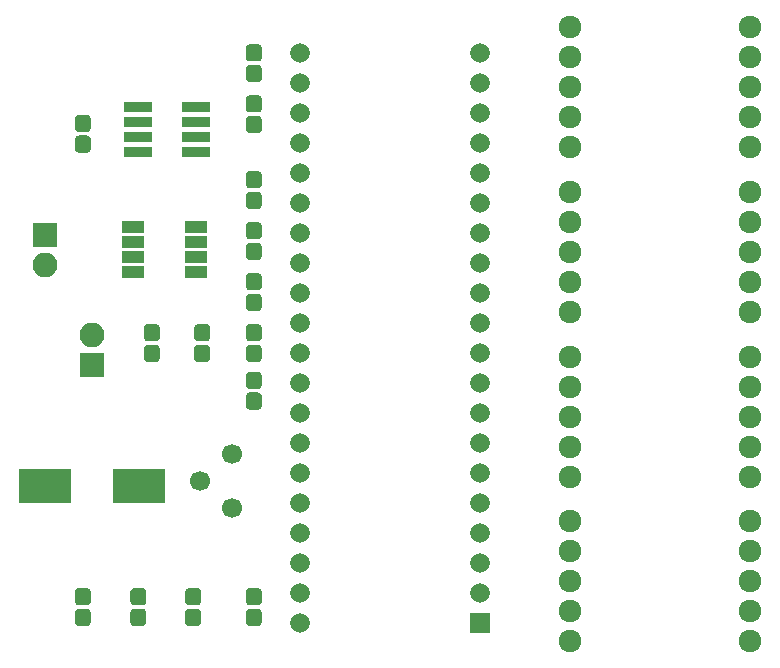
<source format=gbr>
G04 #@! TF.GenerationSoftware,KiCad,Pcbnew,(5.0.0-3-g5ebb6b6)*
G04 #@! TF.CreationDate,2018-10-31T22:03:31-07:00*
G04 #@! TF.ProjectId,Digital Voltmeter,4469676974616C20566F6C746D657465,A*
G04 #@! TF.SameCoordinates,Original*
G04 #@! TF.FileFunction,Soldermask,Top*
G04 #@! TF.FilePolarity,Negative*
%FSLAX46Y46*%
G04 Gerber Fmt 4.6, Leading zero omitted, Abs format (unit mm)*
G04 Created by KiCad (PCBNEW (5.0.0-3-g5ebb6b6)) date Wednesday, October 31, 2018 at 10:03:31 PM*
%MOMM*%
%LPD*%
G01*
G04 APERTURE LIST*
%ADD10R,2.100000X2.100000*%
%ADD11O,2.100000X2.100000*%
%ADD12C,0.100000*%
%ADD13C,1.350000*%
%ADD14C,1.924000*%
%ADD15R,4.400000X2.900000*%
%ADD16R,1.670000X1.670000*%
%ADD17C,1.670000*%
%ADD18C,1.700000*%
%ADD19R,2.381200X0.958800*%
%ADD20R,1.950000X1.000000*%
G04 APERTURE END LIST*
D10*
G04 #@! TO.C,J2*
X108775500Y-98044000D03*
D11*
X108775500Y-100584000D03*
G04 #@! TD*
D10*
G04 #@! TO.C,J1*
X112776000Y-109029500D03*
D11*
X112776000Y-106489500D03*
G04 #@! TD*
D12*
G04 #@! TO.C,C9*
G36*
X121719081Y-129691625D02*
X121751843Y-129696485D01*
X121783971Y-129704533D01*
X121815156Y-129715691D01*
X121845096Y-129729852D01*
X121873505Y-129746879D01*
X121900108Y-129766609D01*
X121924649Y-129788851D01*
X121946891Y-129813392D01*
X121966621Y-129839995D01*
X121983648Y-129868404D01*
X121997809Y-129898344D01*
X122008967Y-129929529D01*
X122017015Y-129961657D01*
X122021875Y-129994419D01*
X122023500Y-130027500D01*
X122023500Y-130802500D01*
X122021875Y-130835581D01*
X122017015Y-130868343D01*
X122008967Y-130900471D01*
X121997809Y-130931656D01*
X121983648Y-130961596D01*
X121966621Y-130990005D01*
X121946891Y-131016608D01*
X121924649Y-131041149D01*
X121900108Y-131063391D01*
X121873505Y-131083121D01*
X121845096Y-131100148D01*
X121815156Y-131114309D01*
X121783971Y-131125467D01*
X121751843Y-131133515D01*
X121719081Y-131138375D01*
X121686000Y-131140000D01*
X121011000Y-131140000D01*
X120977919Y-131138375D01*
X120945157Y-131133515D01*
X120913029Y-131125467D01*
X120881844Y-131114309D01*
X120851904Y-131100148D01*
X120823495Y-131083121D01*
X120796892Y-131063391D01*
X120772351Y-131041149D01*
X120750109Y-131016608D01*
X120730379Y-130990005D01*
X120713352Y-130961596D01*
X120699191Y-130931656D01*
X120688033Y-130900471D01*
X120679985Y-130868343D01*
X120675125Y-130835581D01*
X120673500Y-130802500D01*
X120673500Y-130027500D01*
X120675125Y-129994419D01*
X120679985Y-129961657D01*
X120688033Y-129929529D01*
X120699191Y-129898344D01*
X120713352Y-129868404D01*
X120730379Y-129839995D01*
X120750109Y-129813392D01*
X120772351Y-129788851D01*
X120796892Y-129766609D01*
X120823495Y-129746879D01*
X120851904Y-129729852D01*
X120881844Y-129715691D01*
X120913029Y-129704533D01*
X120945157Y-129696485D01*
X120977919Y-129691625D01*
X121011000Y-129690000D01*
X121686000Y-129690000D01*
X121719081Y-129691625D01*
X121719081Y-129691625D01*
G37*
D13*
X121348500Y-130415000D03*
D12*
G36*
X121719081Y-127941625D02*
X121751843Y-127946485D01*
X121783971Y-127954533D01*
X121815156Y-127965691D01*
X121845096Y-127979852D01*
X121873505Y-127996879D01*
X121900108Y-128016609D01*
X121924649Y-128038851D01*
X121946891Y-128063392D01*
X121966621Y-128089995D01*
X121983648Y-128118404D01*
X121997809Y-128148344D01*
X122008967Y-128179529D01*
X122017015Y-128211657D01*
X122021875Y-128244419D01*
X122023500Y-128277500D01*
X122023500Y-129052500D01*
X122021875Y-129085581D01*
X122017015Y-129118343D01*
X122008967Y-129150471D01*
X121997809Y-129181656D01*
X121983648Y-129211596D01*
X121966621Y-129240005D01*
X121946891Y-129266608D01*
X121924649Y-129291149D01*
X121900108Y-129313391D01*
X121873505Y-129333121D01*
X121845096Y-129350148D01*
X121815156Y-129364309D01*
X121783971Y-129375467D01*
X121751843Y-129383515D01*
X121719081Y-129388375D01*
X121686000Y-129390000D01*
X121011000Y-129390000D01*
X120977919Y-129388375D01*
X120945157Y-129383515D01*
X120913029Y-129375467D01*
X120881844Y-129364309D01*
X120851904Y-129350148D01*
X120823495Y-129333121D01*
X120796892Y-129313391D01*
X120772351Y-129291149D01*
X120750109Y-129266608D01*
X120730379Y-129240005D01*
X120713352Y-129211596D01*
X120699191Y-129181656D01*
X120688033Y-129150471D01*
X120679985Y-129118343D01*
X120675125Y-129085581D01*
X120673500Y-129052500D01*
X120673500Y-128277500D01*
X120675125Y-128244419D01*
X120679985Y-128211657D01*
X120688033Y-128179529D01*
X120699191Y-128148344D01*
X120713352Y-128118404D01*
X120730379Y-128089995D01*
X120750109Y-128063392D01*
X120772351Y-128038851D01*
X120796892Y-128016609D01*
X120823495Y-127996879D01*
X120851904Y-127979852D01*
X120881844Y-127965691D01*
X120913029Y-127954533D01*
X120945157Y-127946485D01*
X120977919Y-127941625D01*
X121011000Y-127940000D01*
X121686000Y-127940000D01*
X121719081Y-127941625D01*
X121719081Y-127941625D01*
G37*
D13*
X121348500Y-128665000D03*
G04 #@! TD*
D12*
G04 #@! TO.C,C8*
G36*
X126862581Y-92635625D02*
X126895343Y-92640485D01*
X126927471Y-92648533D01*
X126958656Y-92659691D01*
X126988596Y-92673852D01*
X127017005Y-92690879D01*
X127043608Y-92710609D01*
X127068149Y-92732851D01*
X127090391Y-92757392D01*
X127110121Y-92783995D01*
X127127148Y-92812404D01*
X127141309Y-92842344D01*
X127152467Y-92873529D01*
X127160515Y-92905657D01*
X127165375Y-92938419D01*
X127167000Y-92971500D01*
X127167000Y-93746500D01*
X127165375Y-93779581D01*
X127160515Y-93812343D01*
X127152467Y-93844471D01*
X127141309Y-93875656D01*
X127127148Y-93905596D01*
X127110121Y-93934005D01*
X127090391Y-93960608D01*
X127068149Y-93985149D01*
X127043608Y-94007391D01*
X127017005Y-94027121D01*
X126988596Y-94044148D01*
X126958656Y-94058309D01*
X126927471Y-94069467D01*
X126895343Y-94077515D01*
X126862581Y-94082375D01*
X126829500Y-94084000D01*
X126154500Y-94084000D01*
X126121419Y-94082375D01*
X126088657Y-94077515D01*
X126056529Y-94069467D01*
X126025344Y-94058309D01*
X125995404Y-94044148D01*
X125966995Y-94027121D01*
X125940392Y-94007391D01*
X125915851Y-93985149D01*
X125893609Y-93960608D01*
X125873879Y-93934005D01*
X125856852Y-93905596D01*
X125842691Y-93875656D01*
X125831533Y-93844471D01*
X125823485Y-93812343D01*
X125818625Y-93779581D01*
X125817000Y-93746500D01*
X125817000Y-92971500D01*
X125818625Y-92938419D01*
X125823485Y-92905657D01*
X125831533Y-92873529D01*
X125842691Y-92842344D01*
X125856852Y-92812404D01*
X125873879Y-92783995D01*
X125893609Y-92757392D01*
X125915851Y-92732851D01*
X125940392Y-92710609D01*
X125966995Y-92690879D01*
X125995404Y-92673852D01*
X126025344Y-92659691D01*
X126056529Y-92648533D01*
X126088657Y-92640485D01*
X126121419Y-92635625D01*
X126154500Y-92634000D01*
X126829500Y-92634000D01*
X126862581Y-92635625D01*
X126862581Y-92635625D01*
G37*
D13*
X126492000Y-93359000D03*
D12*
G36*
X126862581Y-94385625D02*
X126895343Y-94390485D01*
X126927471Y-94398533D01*
X126958656Y-94409691D01*
X126988596Y-94423852D01*
X127017005Y-94440879D01*
X127043608Y-94460609D01*
X127068149Y-94482851D01*
X127090391Y-94507392D01*
X127110121Y-94533995D01*
X127127148Y-94562404D01*
X127141309Y-94592344D01*
X127152467Y-94623529D01*
X127160515Y-94655657D01*
X127165375Y-94688419D01*
X127167000Y-94721500D01*
X127167000Y-95496500D01*
X127165375Y-95529581D01*
X127160515Y-95562343D01*
X127152467Y-95594471D01*
X127141309Y-95625656D01*
X127127148Y-95655596D01*
X127110121Y-95684005D01*
X127090391Y-95710608D01*
X127068149Y-95735149D01*
X127043608Y-95757391D01*
X127017005Y-95777121D01*
X126988596Y-95794148D01*
X126958656Y-95808309D01*
X126927471Y-95819467D01*
X126895343Y-95827515D01*
X126862581Y-95832375D01*
X126829500Y-95834000D01*
X126154500Y-95834000D01*
X126121419Y-95832375D01*
X126088657Y-95827515D01*
X126056529Y-95819467D01*
X126025344Y-95808309D01*
X125995404Y-95794148D01*
X125966995Y-95777121D01*
X125940392Y-95757391D01*
X125915851Y-95735149D01*
X125893609Y-95710608D01*
X125873879Y-95684005D01*
X125856852Y-95655596D01*
X125842691Y-95625656D01*
X125831533Y-95594471D01*
X125823485Y-95562343D01*
X125818625Y-95529581D01*
X125817000Y-95496500D01*
X125817000Y-94721500D01*
X125818625Y-94688419D01*
X125823485Y-94655657D01*
X125831533Y-94623529D01*
X125842691Y-94592344D01*
X125856852Y-94562404D01*
X125873879Y-94533995D01*
X125893609Y-94507392D01*
X125915851Y-94482851D01*
X125940392Y-94460609D01*
X125966995Y-94440879D01*
X125995404Y-94423852D01*
X126025344Y-94409691D01*
X126056529Y-94398533D01*
X126088657Y-94390485D01*
X126121419Y-94385625D01*
X126154500Y-94384000D01*
X126829500Y-94384000D01*
X126862581Y-94385625D01*
X126862581Y-94385625D01*
G37*
D13*
X126492000Y-95109000D03*
G04 #@! TD*
D12*
G04 #@! TO.C,C7*
G36*
X126862581Y-101271625D02*
X126895343Y-101276485D01*
X126927471Y-101284533D01*
X126958656Y-101295691D01*
X126988596Y-101309852D01*
X127017005Y-101326879D01*
X127043608Y-101346609D01*
X127068149Y-101368851D01*
X127090391Y-101393392D01*
X127110121Y-101419995D01*
X127127148Y-101448404D01*
X127141309Y-101478344D01*
X127152467Y-101509529D01*
X127160515Y-101541657D01*
X127165375Y-101574419D01*
X127167000Y-101607500D01*
X127167000Y-102382500D01*
X127165375Y-102415581D01*
X127160515Y-102448343D01*
X127152467Y-102480471D01*
X127141309Y-102511656D01*
X127127148Y-102541596D01*
X127110121Y-102570005D01*
X127090391Y-102596608D01*
X127068149Y-102621149D01*
X127043608Y-102643391D01*
X127017005Y-102663121D01*
X126988596Y-102680148D01*
X126958656Y-102694309D01*
X126927471Y-102705467D01*
X126895343Y-102713515D01*
X126862581Y-102718375D01*
X126829500Y-102720000D01*
X126154500Y-102720000D01*
X126121419Y-102718375D01*
X126088657Y-102713515D01*
X126056529Y-102705467D01*
X126025344Y-102694309D01*
X125995404Y-102680148D01*
X125966995Y-102663121D01*
X125940392Y-102643391D01*
X125915851Y-102621149D01*
X125893609Y-102596608D01*
X125873879Y-102570005D01*
X125856852Y-102541596D01*
X125842691Y-102511656D01*
X125831533Y-102480471D01*
X125823485Y-102448343D01*
X125818625Y-102415581D01*
X125817000Y-102382500D01*
X125817000Y-101607500D01*
X125818625Y-101574419D01*
X125823485Y-101541657D01*
X125831533Y-101509529D01*
X125842691Y-101478344D01*
X125856852Y-101448404D01*
X125873879Y-101419995D01*
X125893609Y-101393392D01*
X125915851Y-101368851D01*
X125940392Y-101346609D01*
X125966995Y-101326879D01*
X125995404Y-101309852D01*
X126025344Y-101295691D01*
X126056529Y-101284533D01*
X126088657Y-101276485D01*
X126121419Y-101271625D01*
X126154500Y-101270000D01*
X126829500Y-101270000D01*
X126862581Y-101271625D01*
X126862581Y-101271625D01*
G37*
D13*
X126492000Y-101995000D03*
D12*
G36*
X126862581Y-103021625D02*
X126895343Y-103026485D01*
X126927471Y-103034533D01*
X126958656Y-103045691D01*
X126988596Y-103059852D01*
X127017005Y-103076879D01*
X127043608Y-103096609D01*
X127068149Y-103118851D01*
X127090391Y-103143392D01*
X127110121Y-103169995D01*
X127127148Y-103198404D01*
X127141309Y-103228344D01*
X127152467Y-103259529D01*
X127160515Y-103291657D01*
X127165375Y-103324419D01*
X127167000Y-103357500D01*
X127167000Y-104132500D01*
X127165375Y-104165581D01*
X127160515Y-104198343D01*
X127152467Y-104230471D01*
X127141309Y-104261656D01*
X127127148Y-104291596D01*
X127110121Y-104320005D01*
X127090391Y-104346608D01*
X127068149Y-104371149D01*
X127043608Y-104393391D01*
X127017005Y-104413121D01*
X126988596Y-104430148D01*
X126958656Y-104444309D01*
X126927471Y-104455467D01*
X126895343Y-104463515D01*
X126862581Y-104468375D01*
X126829500Y-104470000D01*
X126154500Y-104470000D01*
X126121419Y-104468375D01*
X126088657Y-104463515D01*
X126056529Y-104455467D01*
X126025344Y-104444309D01*
X125995404Y-104430148D01*
X125966995Y-104413121D01*
X125940392Y-104393391D01*
X125915851Y-104371149D01*
X125893609Y-104346608D01*
X125873879Y-104320005D01*
X125856852Y-104291596D01*
X125842691Y-104261656D01*
X125831533Y-104230471D01*
X125823485Y-104198343D01*
X125818625Y-104165581D01*
X125817000Y-104132500D01*
X125817000Y-103357500D01*
X125818625Y-103324419D01*
X125823485Y-103291657D01*
X125831533Y-103259529D01*
X125842691Y-103228344D01*
X125856852Y-103198404D01*
X125873879Y-103169995D01*
X125893609Y-103143392D01*
X125915851Y-103118851D01*
X125940392Y-103096609D01*
X125966995Y-103076879D01*
X125995404Y-103059852D01*
X126025344Y-103045691D01*
X126056529Y-103034533D01*
X126088657Y-103026485D01*
X126121419Y-103021625D01*
X126154500Y-103020000D01*
X126829500Y-103020000D01*
X126862581Y-103021625D01*
X126862581Y-103021625D01*
G37*
D13*
X126492000Y-103745000D03*
G04 #@! TD*
D12*
G04 #@! TO.C,C6*
G36*
X126862581Y-109630625D02*
X126895343Y-109635485D01*
X126927471Y-109643533D01*
X126958656Y-109654691D01*
X126988596Y-109668852D01*
X127017005Y-109685879D01*
X127043608Y-109705609D01*
X127068149Y-109727851D01*
X127090391Y-109752392D01*
X127110121Y-109778995D01*
X127127148Y-109807404D01*
X127141309Y-109837344D01*
X127152467Y-109868529D01*
X127160515Y-109900657D01*
X127165375Y-109933419D01*
X127167000Y-109966500D01*
X127167000Y-110741500D01*
X127165375Y-110774581D01*
X127160515Y-110807343D01*
X127152467Y-110839471D01*
X127141309Y-110870656D01*
X127127148Y-110900596D01*
X127110121Y-110929005D01*
X127090391Y-110955608D01*
X127068149Y-110980149D01*
X127043608Y-111002391D01*
X127017005Y-111022121D01*
X126988596Y-111039148D01*
X126958656Y-111053309D01*
X126927471Y-111064467D01*
X126895343Y-111072515D01*
X126862581Y-111077375D01*
X126829500Y-111079000D01*
X126154500Y-111079000D01*
X126121419Y-111077375D01*
X126088657Y-111072515D01*
X126056529Y-111064467D01*
X126025344Y-111053309D01*
X125995404Y-111039148D01*
X125966995Y-111022121D01*
X125940392Y-111002391D01*
X125915851Y-110980149D01*
X125893609Y-110955608D01*
X125873879Y-110929005D01*
X125856852Y-110900596D01*
X125842691Y-110870656D01*
X125831533Y-110839471D01*
X125823485Y-110807343D01*
X125818625Y-110774581D01*
X125817000Y-110741500D01*
X125817000Y-109966500D01*
X125818625Y-109933419D01*
X125823485Y-109900657D01*
X125831533Y-109868529D01*
X125842691Y-109837344D01*
X125856852Y-109807404D01*
X125873879Y-109778995D01*
X125893609Y-109752392D01*
X125915851Y-109727851D01*
X125940392Y-109705609D01*
X125966995Y-109685879D01*
X125995404Y-109668852D01*
X126025344Y-109654691D01*
X126056529Y-109643533D01*
X126088657Y-109635485D01*
X126121419Y-109630625D01*
X126154500Y-109629000D01*
X126829500Y-109629000D01*
X126862581Y-109630625D01*
X126862581Y-109630625D01*
G37*
D13*
X126492000Y-110354000D03*
D12*
G36*
X126862581Y-111380625D02*
X126895343Y-111385485D01*
X126927471Y-111393533D01*
X126958656Y-111404691D01*
X126988596Y-111418852D01*
X127017005Y-111435879D01*
X127043608Y-111455609D01*
X127068149Y-111477851D01*
X127090391Y-111502392D01*
X127110121Y-111528995D01*
X127127148Y-111557404D01*
X127141309Y-111587344D01*
X127152467Y-111618529D01*
X127160515Y-111650657D01*
X127165375Y-111683419D01*
X127167000Y-111716500D01*
X127167000Y-112491500D01*
X127165375Y-112524581D01*
X127160515Y-112557343D01*
X127152467Y-112589471D01*
X127141309Y-112620656D01*
X127127148Y-112650596D01*
X127110121Y-112679005D01*
X127090391Y-112705608D01*
X127068149Y-112730149D01*
X127043608Y-112752391D01*
X127017005Y-112772121D01*
X126988596Y-112789148D01*
X126958656Y-112803309D01*
X126927471Y-112814467D01*
X126895343Y-112822515D01*
X126862581Y-112827375D01*
X126829500Y-112829000D01*
X126154500Y-112829000D01*
X126121419Y-112827375D01*
X126088657Y-112822515D01*
X126056529Y-112814467D01*
X126025344Y-112803309D01*
X125995404Y-112789148D01*
X125966995Y-112772121D01*
X125940392Y-112752391D01*
X125915851Y-112730149D01*
X125893609Y-112705608D01*
X125873879Y-112679005D01*
X125856852Y-112650596D01*
X125842691Y-112620656D01*
X125831533Y-112589471D01*
X125823485Y-112557343D01*
X125818625Y-112524581D01*
X125817000Y-112491500D01*
X125817000Y-111716500D01*
X125818625Y-111683419D01*
X125823485Y-111650657D01*
X125831533Y-111618529D01*
X125842691Y-111587344D01*
X125856852Y-111557404D01*
X125873879Y-111528995D01*
X125893609Y-111502392D01*
X125915851Y-111477851D01*
X125940392Y-111455609D01*
X125966995Y-111435879D01*
X125995404Y-111418852D01*
X126025344Y-111404691D01*
X126056529Y-111393533D01*
X126088657Y-111385485D01*
X126121419Y-111380625D01*
X126154500Y-111379000D01*
X126829500Y-111379000D01*
X126862581Y-111380625D01*
X126862581Y-111380625D01*
G37*
D13*
X126492000Y-112104000D03*
G04 #@! TD*
D12*
G04 #@! TO.C,C5*
G36*
X122481081Y-107339625D02*
X122513843Y-107344485D01*
X122545971Y-107352533D01*
X122577156Y-107363691D01*
X122607096Y-107377852D01*
X122635505Y-107394879D01*
X122662108Y-107414609D01*
X122686649Y-107436851D01*
X122708891Y-107461392D01*
X122728621Y-107487995D01*
X122745648Y-107516404D01*
X122759809Y-107546344D01*
X122770967Y-107577529D01*
X122779015Y-107609657D01*
X122783875Y-107642419D01*
X122785500Y-107675500D01*
X122785500Y-108450500D01*
X122783875Y-108483581D01*
X122779015Y-108516343D01*
X122770967Y-108548471D01*
X122759809Y-108579656D01*
X122745648Y-108609596D01*
X122728621Y-108638005D01*
X122708891Y-108664608D01*
X122686649Y-108689149D01*
X122662108Y-108711391D01*
X122635505Y-108731121D01*
X122607096Y-108748148D01*
X122577156Y-108762309D01*
X122545971Y-108773467D01*
X122513843Y-108781515D01*
X122481081Y-108786375D01*
X122448000Y-108788000D01*
X121773000Y-108788000D01*
X121739919Y-108786375D01*
X121707157Y-108781515D01*
X121675029Y-108773467D01*
X121643844Y-108762309D01*
X121613904Y-108748148D01*
X121585495Y-108731121D01*
X121558892Y-108711391D01*
X121534351Y-108689149D01*
X121512109Y-108664608D01*
X121492379Y-108638005D01*
X121475352Y-108609596D01*
X121461191Y-108579656D01*
X121450033Y-108548471D01*
X121441985Y-108516343D01*
X121437125Y-108483581D01*
X121435500Y-108450500D01*
X121435500Y-107675500D01*
X121437125Y-107642419D01*
X121441985Y-107609657D01*
X121450033Y-107577529D01*
X121461191Y-107546344D01*
X121475352Y-107516404D01*
X121492379Y-107487995D01*
X121512109Y-107461392D01*
X121534351Y-107436851D01*
X121558892Y-107414609D01*
X121585495Y-107394879D01*
X121613904Y-107377852D01*
X121643844Y-107363691D01*
X121675029Y-107352533D01*
X121707157Y-107344485D01*
X121739919Y-107339625D01*
X121773000Y-107338000D01*
X122448000Y-107338000D01*
X122481081Y-107339625D01*
X122481081Y-107339625D01*
G37*
D13*
X122110500Y-108063000D03*
D12*
G36*
X122481081Y-105589625D02*
X122513843Y-105594485D01*
X122545971Y-105602533D01*
X122577156Y-105613691D01*
X122607096Y-105627852D01*
X122635505Y-105644879D01*
X122662108Y-105664609D01*
X122686649Y-105686851D01*
X122708891Y-105711392D01*
X122728621Y-105737995D01*
X122745648Y-105766404D01*
X122759809Y-105796344D01*
X122770967Y-105827529D01*
X122779015Y-105859657D01*
X122783875Y-105892419D01*
X122785500Y-105925500D01*
X122785500Y-106700500D01*
X122783875Y-106733581D01*
X122779015Y-106766343D01*
X122770967Y-106798471D01*
X122759809Y-106829656D01*
X122745648Y-106859596D01*
X122728621Y-106888005D01*
X122708891Y-106914608D01*
X122686649Y-106939149D01*
X122662108Y-106961391D01*
X122635505Y-106981121D01*
X122607096Y-106998148D01*
X122577156Y-107012309D01*
X122545971Y-107023467D01*
X122513843Y-107031515D01*
X122481081Y-107036375D01*
X122448000Y-107038000D01*
X121773000Y-107038000D01*
X121739919Y-107036375D01*
X121707157Y-107031515D01*
X121675029Y-107023467D01*
X121643844Y-107012309D01*
X121613904Y-106998148D01*
X121585495Y-106981121D01*
X121558892Y-106961391D01*
X121534351Y-106939149D01*
X121512109Y-106914608D01*
X121492379Y-106888005D01*
X121475352Y-106859596D01*
X121461191Y-106829656D01*
X121450033Y-106798471D01*
X121441985Y-106766343D01*
X121437125Y-106733581D01*
X121435500Y-106700500D01*
X121435500Y-105925500D01*
X121437125Y-105892419D01*
X121441985Y-105859657D01*
X121450033Y-105827529D01*
X121461191Y-105796344D01*
X121475352Y-105766404D01*
X121492379Y-105737995D01*
X121512109Y-105711392D01*
X121534351Y-105686851D01*
X121558892Y-105664609D01*
X121585495Y-105644879D01*
X121613904Y-105627852D01*
X121643844Y-105613691D01*
X121675029Y-105602533D01*
X121707157Y-105594485D01*
X121739919Y-105589625D01*
X121773000Y-105588000D01*
X122448000Y-105588000D01*
X122481081Y-105589625D01*
X122481081Y-105589625D01*
G37*
D13*
X122110500Y-106313000D03*
G04 #@! TD*
D12*
G04 #@! TO.C,C4*
G36*
X126862581Y-87972125D02*
X126895343Y-87976985D01*
X126927471Y-87985033D01*
X126958656Y-87996191D01*
X126988596Y-88010352D01*
X127017005Y-88027379D01*
X127043608Y-88047109D01*
X127068149Y-88069351D01*
X127090391Y-88093892D01*
X127110121Y-88120495D01*
X127127148Y-88148904D01*
X127141309Y-88178844D01*
X127152467Y-88210029D01*
X127160515Y-88242157D01*
X127165375Y-88274919D01*
X127167000Y-88308000D01*
X127167000Y-89083000D01*
X127165375Y-89116081D01*
X127160515Y-89148843D01*
X127152467Y-89180971D01*
X127141309Y-89212156D01*
X127127148Y-89242096D01*
X127110121Y-89270505D01*
X127090391Y-89297108D01*
X127068149Y-89321649D01*
X127043608Y-89343891D01*
X127017005Y-89363621D01*
X126988596Y-89380648D01*
X126958656Y-89394809D01*
X126927471Y-89405967D01*
X126895343Y-89414015D01*
X126862581Y-89418875D01*
X126829500Y-89420500D01*
X126154500Y-89420500D01*
X126121419Y-89418875D01*
X126088657Y-89414015D01*
X126056529Y-89405967D01*
X126025344Y-89394809D01*
X125995404Y-89380648D01*
X125966995Y-89363621D01*
X125940392Y-89343891D01*
X125915851Y-89321649D01*
X125893609Y-89297108D01*
X125873879Y-89270505D01*
X125856852Y-89242096D01*
X125842691Y-89212156D01*
X125831533Y-89180971D01*
X125823485Y-89148843D01*
X125818625Y-89116081D01*
X125817000Y-89083000D01*
X125817000Y-88308000D01*
X125818625Y-88274919D01*
X125823485Y-88242157D01*
X125831533Y-88210029D01*
X125842691Y-88178844D01*
X125856852Y-88148904D01*
X125873879Y-88120495D01*
X125893609Y-88093892D01*
X125915851Y-88069351D01*
X125940392Y-88047109D01*
X125966995Y-88027379D01*
X125995404Y-88010352D01*
X126025344Y-87996191D01*
X126056529Y-87985033D01*
X126088657Y-87976985D01*
X126121419Y-87972125D01*
X126154500Y-87970500D01*
X126829500Y-87970500D01*
X126862581Y-87972125D01*
X126862581Y-87972125D01*
G37*
D13*
X126492000Y-88695500D03*
D12*
G36*
X126862581Y-86222125D02*
X126895343Y-86226985D01*
X126927471Y-86235033D01*
X126958656Y-86246191D01*
X126988596Y-86260352D01*
X127017005Y-86277379D01*
X127043608Y-86297109D01*
X127068149Y-86319351D01*
X127090391Y-86343892D01*
X127110121Y-86370495D01*
X127127148Y-86398904D01*
X127141309Y-86428844D01*
X127152467Y-86460029D01*
X127160515Y-86492157D01*
X127165375Y-86524919D01*
X127167000Y-86558000D01*
X127167000Y-87333000D01*
X127165375Y-87366081D01*
X127160515Y-87398843D01*
X127152467Y-87430971D01*
X127141309Y-87462156D01*
X127127148Y-87492096D01*
X127110121Y-87520505D01*
X127090391Y-87547108D01*
X127068149Y-87571649D01*
X127043608Y-87593891D01*
X127017005Y-87613621D01*
X126988596Y-87630648D01*
X126958656Y-87644809D01*
X126927471Y-87655967D01*
X126895343Y-87664015D01*
X126862581Y-87668875D01*
X126829500Y-87670500D01*
X126154500Y-87670500D01*
X126121419Y-87668875D01*
X126088657Y-87664015D01*
X126056529Y-87655967D01*
X126025344Y-87644809D01*
X125995404Y-87630648D01*
X125966995Y-87613621D01*
X125940392Y-87593891D01*
X125915851Y-87571649D01*
X125893609Y-87547108D01*
X125873879Y-87520505D01*
X125856852Y-87492096D01*
X125842691Y-87462156D01*
X125831533Y-87430971D01*
X125823485Y-87398843D01*
X125818625Y-87366081D01*
X125817000Y-87333000D01*
X125817000Y-86558000D01*
X125818625Y-86524919D01*
X125823485Y-86492157D01*
X125831533Y-86460029D01*
X125842691Y-86428844D01*
X125856852Y-86398904D01*
X125873879Y-86370495D01*
X125893609Y-86343892D01*
X125915851Y-86319351D01*
X125940392Y-86297109D01*
X125966995Y-86277379D01*
X125995404Y-86260352D01*
X126025344Y-86246191D01*
X126056529Y-86235033D01*
X126088657Y-86226985D01*
X126121419Y-86222125D01*
X126154500Y-86220500D01*
X126829500Y-86220500D01*
X126862581Y-86222125D01*
X126862581Y-86222125D01*
G37*
D13*
X126492000Y-86945500D03*
G04 #@! TD*
D12*
G04 #@! TO.C,C3*
G36*
X112384581Y-89623125D02*
X112417343Y-89627985D01*
X112449471Y-89636033D01*
X112480656Y-89647191D01*
X112510596Y-89661352D01*
X112539005Y-89678379D01*
X112565608Y-89698109D01*
X112590149Y-89720351D01*
X112612391Y-89744892D01*
X112632121Y-89771495D01*
X112649148Y-89799904D01*
X112663309Y-89829844D01*
X112674467Y-89861029D01*
X112682515Y-89893157D01*
X112687375Y-89925919D01*
X112689000Y-89959000D01*
X112689000Y-90734000D01*
X112687375Y-90767081D01*
X112682515Y-90799843D01*
X112674467Y-90831971D01*
X112663309Y-90863156D01*
X112649148Y-90893096D01*
X112632121Y-90921505D01*
X112612391Y-90948108D01*
X112590149Y-90972649D01*
X112565608Y-90994891D01*
X112539005Y-91014621D01*
X112510596Y-91031648D01*
X112480656Y-91045809D01*
X112449471Y-91056967D01*
X112417343Y-91065015D01*
X112384581Y-91069875D01*
X112351500Y-91071500D01*
X111676500Y-91071500D01*
X111643419Y-91069875D01*
X111610657Y-91065015D01*
X111578529Y-91056967D01*
X111547344Y-91045809D01*
X111517404Y-91031648D01*
X111488995Y-91014621D01*
X111462392Y-90994891D01*
X111437851Y-90972649D01*
X111415609Y-90948108D01*
X111395879Y-90921505D01*
X111378852Y-90893096D01*
X111364691Y-90863156D01*
X111353533Y-90831971D01*
X111345485Y-90799843D01*
X111340625Y-90767081D01*
X111339000Y-90734000D01*
X111339000Y-89959000D01*
X111340625Y-89925919D01*
X111345485Y-89893157D01*
X111353533Y-89861029D01*
X111364691Y-89829844D01*
X111378852Y-89799904D01*
X111395879Y-89771495D01*
X111415609Y-89744892D01*
X111437851Y-89720351D01*
X111462392Y-89698109D01*
X111488995Y-89678379D01*
X111517404Y-89661352D01*
X111547344Y-89647191D01*
X111578529Y-89636033D01*
X111610657Y-89627985D01*
X111643419Y-89623125D01*
X111676500Y-89621500D01*
X112351500Y-89621500D01*
X112384581Y-89623125D01*
X112384581Y-89623125D01*
G37*
D13*
X112014000Y-90346500D03*
D12*
G36*
X112384581Y-87873125D02*
X112417343Y-87877985D01*
X112449471Y-87886033D01*
X112480656Y-87897191D01*
X112510596Y-87911352D01*
X112539005Y-87928379D01*
X112565608Y-87948109D01*
X112590149Y-87970351D01*
X112612391Y-87994892D01*
X112632121Y-88021495D01*
X112649148Y-88049904D01*
X112663309Y-88079844D01*
X112674467Y-88111029D01*
X112682515Y-88143157D01*
X112687375Y-88175919D01*
X112689000Y-88209000D01*
X112689000Y-88984000D01*
X112687375Y-89017081D01*
X112682515Y-89049843D01*
X112674467Y-89081971D01*
X112663309Y-89113156D01*
X112649148Y-89143096D01*
X112632121Y-89171505D01*
X112612391Y-89198108D01*
X112590149Y-89222649D01*
X112565608Y-89244891D01*
X112539005Y-89264621D01*
X112510596Y-89281648D01*
X112480656Y-89295809D01*
X112449471Y-89306967D01*
X112417343Y-89315015D01*
X112384581Y-89319875D01*
X112351500Y-89321500D01*
X111676500Y-89321500D01*
X111643419Y-89319875D01*
X111610657Y-89315015D01*
X111578529Y-89306967D01*
X111547344Y-89295809D01*
X111517404Y-89281648D01*
X111488995Y-89264621D01*
X111462392Y-89244891D01*
X111437851Y-89222649D01*
X111415609Y-89198108D01*
X111395879Y-89171505D01*
X111378852Y-89143096D01*
X111364691Y-89113156D01*
X111353533Y-89081971D01*
X111345485Y-89049843D01*
X111340625Y-89017081D01*
X111339000Y-88984000D01*
X111339000Y-88209000D01*
X111340625Y-88175919D01*
X111345485Y-88143157D01*
X111353533Y-88111029D01*
X111364691Y-88079844D01*
X111378852Y-88049904D01*
X111395879Y-88021495D01*
X111415609Y-87994892D01*
X111437851Y-87970351D01*
X111462392Y-87948109D01*
X111488995Y-87928379D01*
X111517404Y-87911352D01*
X111547344Y-87897191D01*
X111578529Y-87886033D01*
X111610657Y-87877985D01*
X111643419Y-87873125D01*
X111676500Y-87871500D01*
X112351500Y-87871500D01*
X112384581Y-87873125D01*
X112384581Y-87873125D01*
G37*
D13*
X112014000Y-88596500D03*
G04 #@! TD*
D12*
G04 #@! TO.C,C2*
G36*
X112384581Y-129691625D02*
X112417343Y-129696485D01*
X112449471Y-129704533D01*
X112480656Y-129715691D01*
X112510596Y-129729852D01*
X112539005Y-129746879D01*
X112565608Y-129766609D01*
X112590149Y-129788851D01*
X112612391Y-129813392D01*
X112632121Y-129839995D01*
X112649148Y-129868404D01*
X112663309Y-129898344D01*
X112674467Y-129929529D01*
X112682515Y-129961657D01*
X112687375Y-129994419D01*
X112689000Y-130027500D01*
X112689000Y-130802500D01*
X112687375Y-130835581D01*
X112682515Y-130868343D01*
X112674467Y-130900471D01*
X112663309Y-130931656D01*
X112649148Y-130961596D01*
X112632121Y-130990005D01*
X112612391Y-131016608D01*
X112590149Y-131041149D01*
X112565608Y-131063391D01*
X112539005Y-131083121D01*
X112510596Y-131100148D01*
X112480656Y-131114309D01*
X112449471Y-131125467D01*
X112417343Y-131133515D01*
X112384581Y-131138375D01*
X112351500Y-131140000D01*
X111676500Y-131140000D01*
X111643419Y-131138375D01*
X111610657Y-131133515D01*
X111578529Y-131125467D01*
X111547344Y-131114309D01*
X111517404Y-131100148D01*
X111488995Y-131083121D01*
X111462392Y-131063391D01*
X111437851Y-131041149D01*
X111415609Y-131016608D01*
X111395879Y-130990005D01*
X111378852Y-130961596D01*
X111364691Y-130931656D01*
X111353533Y-130900471D01*
X111345485Y-130868343D01*
X111340625Y-130835581D01*
X111339000Y-130802500D01*
X111339000Y-130027500D01*
X111340625Y-129994419D01*
X111345485Y-129961657D01*
X111353533Y-129929529D01*
X111364691Y-129898344D01*
X111378852Y-129868404D01*
X111395879Y-129839995D01*
X111415609Y-129813392D01*
X111437851Y-129788851D01*
X111462392Y-129766609D01*
X111488995Y-129746879D01*
X111517404Y-129729852D01*
X111547344Y-129715691D01*
X111578529Y-129704533D01*
X111610657Y-129696485D01*
X111643419Y-129691625D01*
X111676500Y-129690000D01*
X112351500Y-129690000D01*
X112384581Y-129691625D01*
X112384581Y-129691625D01*
G37*
D13*
X112014000Y-130415000D03*
D12*
G36*
X112384581Y-127941625D02*
X112417343Y-127946485D01*
X112449471Y-127954533D01*
X112480656Y-127965691D01*
X112510596Y-127979852D01*
X112539005Y-127996879D01*
X112565608Y-128016609D01*
X112590149Y-128038851D01*
X112612391Y-128063392D01*
X112632121Y-128089995D01*
X112649148Y-128118404D01*
X112663309Y-128148344D01*
X112674467Y-128179529D01*
X112682515Y-128211657D01*
X112687375Y-128244419D01*
X112689000Y-128277500D01*
X112689000Y-129052500D01*
X112687375Y-129085581D01*
X112682515Y-129118343D01*
X112674467Y-129150471D01*
X112663309Y-129181656D01*
X112649148Y-129211596D01*
X112632121Y-129240005D01*
X112612391Y-129266608D01*
X112590149Y-129291149D01*
X112565608Y-129313391D01*
X112539005Y-129333121D01*
X112510596Y-129350148D01*
X112480656Y-129364309D01*
X112449471Y-129375467D01*
X112417343Y-129383515D01*
X112384581Y-129388375D01*
X112351500Y-129390000D01*
X111676500Y-129390000D01*
X111643419Y-129388375D01*
X111610657Y-129383515D01*
X111578529Y-129375467D01*
X111547344Y-129364309D01*
X111517404Y-129350148D01*
X111488995Y-129333121D01*
X111462392Y-129313391D01*
X111437851Y-129291149D01*
X111415609Y-129266608D01*
X111395879Y-129240005D01*
X111378852Y-129211596D01*
X111364691Y-129181656D01*
X111353533Y-129150471D01*
X111345485Y-129118343D01*
X111340625Y-129085581D01*
X111339000Y-129052500D01*
X111339000Y-128277500D01*
X111340625Y-128244419D01*
X111345485Y-128211657D01*
X111353533Y-128179529D01*
X111364691Y-128148344D01*
X111378852Y-128118404D01*
X111395879Y-128089995D01*
X111415609Y-128063392D01*
X111437851Y-128038851D01*
X111462392Y-128016609D01*
X111488995Y-127996879D01*
X111517404Y-127979852D01*
X111547344Y-127965691D01*
X111578529Y-127954533D01*
X111610657Y-127946485D01*
X111643419Y-127941625D01*
X111676500Y-127940000D01*
X112351500Y-127940000D01*
X112384581Y-127941625D01*
X112384581Y-127941625D01*
G37*
D13*
X112014000Y-128665000D03*
G04 #@! TD*
D12*
G04 #@! TO.C,R6*
G36*
X126862581Y-81904125D02*
X126895343Y-81908985D01*
X126927471Y-81917033D01*
X126958656Y-81928191D01*
X126988596Y-81942352D01*
X127017005Y-81959379D01*
X127043608Y-81979109D01*
X127068149Y-82001351D01*
X127090391Y-82025892D01*
X127110121Y-82052495D01*
X127127148Y-82080904D01*
X127141309Y-82110844D01*
X127152467Y-82142029D01*
X127160515Y-82174157D01*
X127165375Y-82206919D01*
X127167000Y-82240000D01*
X127167000Y-83015000D01*
X127165375Y-83048081D01*
X127160515Y-83080843D01*
X127152467Y-83112971D01*
X127141309Y-83144156D01*
X127127148Y-83174096D01*
X127110121Y-83202505D01*
X127090391Y-83229108D01*
X127068149Y-83253649D01*
X127043608Y-83275891D01*
X127017005Y-83295621D01*
X126988596Y-83312648D01*
X126958656Y-83326809D01*
X126927471Y-83337967D01*
X126895343Y-83346015D01*
X126862581Y-83350875D01*
X126829500Y-83352500D01*
X126154500Y-83352500D01*
X126121419Y-83350875D01*
X126088657Y-83346015D01*
X126056529Y-83337967D01*
X126025344Y-83326809D01*
X125995404Y-83312648D01*
X125966995Y-83295621D01*
X125940392Y-83275891D01*
X125915851Y-83253649D01*
X125893609Y-83229108D01*
X125873879Y-83202505D01*
X125856852Y-83174096D01*
X125842691Y-83144156D01*
X125831533Y-83112971D01*
X125823485Y-83080843D01*
X125818625Y-83048081D01*
X125817000Y-83015000D01*
X125817000Y-82240000D01*
X125818625Y-82206919D01*
X125823485Y-82174157D01*
X125831533Y-82142029D01*
X125842691Y-82110844D01*
X125856852Y-82080904D01*
X125873879Y-82052495D01*
X125893609Y-82025892D01*
X125915851Y-82001351D01*
X125940392Y-81979109D01*
X125966995Y-81959379D01*
X125995404Y-81942352D01*
X126025344Y-81928191D01*
X126056529Y-81917033D01*
X126088657Y-81908985D01*
X126121419Y-81904125D01*
X126154500Y-81902500D01*
X126829500Y-81902500D01*
X126862581Y-81904125D01*
X126862581Y-81904125D01*
G37*
D13*
X126492000Y-82627500D03*
D12*
G36*
X126862581Y-83654125D02*
X126895343Y-83658985D01*
X126927471Y-83667033D01*
X126958656Y-83678191D01*
X126988596Y-83692352D01*
X127017005Y-83709379D01*
X127043608Y-83729109D01*
X127068149Y-83751351D01*
X127090391Y-83775892D01*
X127110121Y-83802495D01*
X127127148Y-83830904D01*
X127141309Y-83860844D01*
X127152467Y-83892029D01*
X127160515Y-83924157D01*
X127165375Y-83956919D01*
X127167000Y-83990000D01*
X127167000Y-84765000D01*
X127165375Y-84798081D01*
X127160515Y-84830843D01*
X127152467Y-84862971D01*
X127141309Y-84894156D01*
X127127148Y-84924096D01*
X127110121Y-84952505D01*
X127090391Y-84979108D01*
X127068149Y-85003649D01*
X127043608Y-85025891D01*
X127017005Y-85045621D01*
X126988596Y-85062648D01*
X126958656Y-85076809D01*
X126927471Y-85087967D01*
X126895343Y-85096015D01*
X126862581Y-85100875D01*
X126829500Y-85102500D01*
X126154500Y-85102500D01*
X126121419Y-85100875D01*
X126088657Y-85096015D01*
X126056529Y-85087967D01*
X126025344Y-85076809D01*
X125995404Y-85062648D01*
X125966995Y-85045621D01*
X125940392Y-85025891D01*
X125915851Y-85003649D01*
X125893609Y-84979108D01*
X125873879Y-84952505D01*
X125856852Y-84924096D01*
X125842691Y-84894156D01*
X125831533Y-84862971D01*
X125823485Y-84830843D01*
X125818625Y-84798081D01*
X125817000Y-84765000D01*
X125817000Y-83990000D01*
X125818625Y-83956919D01*
X125823485Y-83924157D01*
X125831533Y-83892029D01*
X125842691Y-83860844D01*
X125856852Y-83830904D01*
X125873879Y-83802495D01*
X125893609Y-83775892D01*
X125915851Y-83751351D01*
X125940392Y-83729109D01*
X125966995Y-83709379D01*
X125995404Y-83692352D01*
X126025344Y-83678191D01*
X126056529Y-83667033D01*
X126088657Y-83658985D01*
X126121419Y-83654125D01*
X126154500Y-83652500D01*
X126829500Y-83652500D01*
X126862581Y-83654125D01*
X126862581Y-83654125D01*
G37*
D13*
X126492000Y-84377500D03*
G04 #@! TD*
D12*
G04 #@! TO.C,R5*
G36*
X117083581Y-129691625D02*
X117116343Y-129696485D01*
X117148471Y-129704533D01*
X117179656Y-129715691D01*
X117209596Y-129729852D01*
X117238005Y-129746879D01*
X117264608Y-129766609D01*
X117289149Y-129788851D01*
X117311391Y-129813392D01*
X117331121Y-129839995D01*
X117348148Y-129868404D01*
X117362309Y-129898344D01*
X117373467Y-129929529D01*
X117381515Y-129961657D01*
X117386375Y-129994419D01*
X117388000Y-130027500D01*
X117388000Y-130802500D01*
X117386375Y-130835581D01*
X117381515Y-130868343D01*
X117373467Y-130900471D01*
X117362309Y-130931656D01*
X117348148Y-130961596D01*
X117331121Y-130990005D01*
X117311391Y-131016608D01*
X117289149Y-131041149D01*
X117264608Y-131063391D01*
X117238005Y-131083121D01*
X117209596Y-131100148D01*
X117179656Y-131114309D01*
X117148471Y-131125467D01*
X117116343Y-131133515D01*
X117083581Y-131138375D01*
X117050500Y-131140000D01*
X116375500Y-131140000D01*
X116342419Y-131138375D01*
X116309657Y-131133515D01*
X116277529Y-131125467D01*
X116246344Y-131114309D01*
X116216404Y-131100148D01*
X116187995Y-131083121D01*
X116161392Y-131063391D01*
X116136851Y-131041149D01*
X116114609Y-131016608D01*
X116094879Y-130990005D01*
X116077852Y-130961596D01*
X116063691Y-130931656D01*
X116052533Y-130900471D01*
X116044485Y-130868343D01*
X116039625Y-130835581D01*
X116038000Y-130802500D01*
X116038000Y-130027500D01*
X116039625Y-129994419D01*
X116044485Y-129961657D01*
X116052533Y-129929529D01*
X116063691Y-129898344D01*
X116077852Y-129868404D01*
X116094879Y-129839995D01*
X116114609Y-129813392D01*
X116136851Y-129788851D01*
X116161392Y-129766609D01*
X116187995Y-129746879D01*
X116216404Y-129729852D01*
X116246344Y-129715691D01*
X116277529Y-129704533D01*
X116309657Y-129696485D01*
X116342419Y-129691625D01*
X116375500Y-129690000D01*
X117050500Y-129690000D01*
X117083581Y-129691625D01*
X117083581Y-129691625D01*
G37*
D13*
X116713000Y-130415000D03*
D12*
G36*
X117083581Y-127941625D02*
X117116343Y-127946485D01*
X117148471Y-127954533D01*
X117179656Y-127965691D01*
X117209596Y-127979852D01*
X117238005Y-127996879D01*
X117264608Y-128016609D01*
X117289149Y-128038851D01*
X117311391Y-128063392D01*
X117331121Y-128089995D01*
X117348148Y-128118404D01*
X117362309Y-128148344D01*
X117373467Y-128179529D01*
X117381515Y-128211657D01*
X117386375Y-128244419D01*
X117388000Y-128277500D01*
X117388000Y-129052500D01*
X117386375Y-129085581D01*
X117381515Y-129118343D01*
X117373467Y-129150471D01*
X117362309Y-129181656D01*
X117348148Y-129211596D01*
X117331121Y-129240005D01*
X117311391Y-129266608D01*
X117289149Y-129291149D01*
X117264608Y-129313391D01*
X117238005Y-129333121D01*
X117209596Y-129350148D01*
X117179656Y-129364309D01*
X117148471Y-129375467D01*
X117116343Y-129383515D01*
X117083581Y-129388375D01*
X117050500Y-129390000D01*
X116375500Y-129390000D01*
X116342419Y-129388375D01*
X116309657Y-129383515D01*
X116277529Y-129375467D01*
X116246344Y-129364309D01*
X116216404Y-129350148D01*
X116187995Y-129333121D01*
X116161392Y-129313391D01*
X116136851Y-129291149D01*
X116114609Y-129266608D01*
X116094879Y-129240005D01*
X116077852Y-129211596D01*
X116063691Y-129181656D01*
X116052533Y-129150471D01*
X116044485Y-129118343D01*
X116039625Y-129085581D01*
X116038000Y-129052500D01*
X116038000Y-128277500D01*
X116039625Y-128244419D01*
X116044485Y-128211657D01*
X116052533Y-128179529D01*
X116063691Y-128148344D01*
X116077852Y-128118404D01*
X116094879Y-128089995D01*
X116114609Y-128063392D01*
X116136851Y-128038851D01*
X116161392Y-128016609D01*
X116187995Y-127996879D01*
X116216404Y-127979852D01*
X116246344Y-127965691D01*
X116277529Y-127954533D01*
X116309657Y-127946485D01*
X116342419Y-127941625D01*
X116375500Y-127940000D01*
X117050500Y-127940000D01*
X117083581Y-127941625D01*
X117083581Y-127941625D01*
G37*
D13*
X116713000Y-128665000D03*
G04 #@! TD*
D12*
G04 #@! TO.C,R4*
G36*
X126862581Y-129691625D02*
X126895343Y-129696485D01*
X126927471Y-129704533D01*
X126958656Y-129715691D01*
X126988596Y-129729852D01*
X127017005Y-129746879D01*
X127043608Y-129766609D01*
X127068149Y-129788851D01*
X127090391Y-129813392D01*
X127110121Y-129839995D01*
X127127148Y-129868404D01*
X127141309Y-129898344D01*
X127152467Y-129929529D01*
X127160515Y-129961657D01*
X127165375Y-129994419D01*
X127167000Y-130027500D01*
X127167000Y-130802500D01*
X127165375Y-130835581D01*
X127160515Y-130868343D01*
X127152467Y-130900471D01*
X127141309Y-130931656D01*
X127127148Y-130961596D01*
X127110121Y-130990005D01*
X127090391Y-131016608D01*
X127068149Y-131041149D01*
X127043608Y-131063391D01*
X127017005Y-131083121D01*
X126988596Y-131100148D01*
X126958656Y-131114309D01*
X126927471Y-131125467D01*
X126895343Y-131133515D01*
X126862581Y-131138375D01*
X126829500Y-131140000D01*
X126154500Y-131140000D01*
X126121419Y-131138375D01*
X126088657Y-131133515D01*
X126056529Y-131125467D01*
X126025344Y-131114309D01*
X125995404Y-131100148D01*
X125966995Y-131083121D01*
X125940392Y-131063391D01*
X125915851Y-131041149D01*
X125893609Y-131016608D01*
X125873879Y-130990005D01*
X125856852Y-130961596D01*
X125842691Y-130931656D01*
X125831533Y-130900471D01*
X125823485Y-130868343D01*
X125818625Y-130835581D01*
X125817000Y-130802500D01*
X125817000Y-130027500D01*
X125818625Y-129994419D01*
X125823485Y-129961657D01*
X125831533Y-129929529D01*
X125842691Y-129898344D01*
X125856852Y-129868404D01*
X125873879Y-129839995D01*
X125893609Y-129813392D01*
X125915851Y-129788851D01*
X125940392Y-129766609D01*
X125966995Y-129746879D01*
X125995404Y-129729852D01*
X126025344Y-129715691D01*
X126056529Y-129704533D01*
X126088657Y-129696485D01*
X126121419Y-129691625D01*
X126154500Y-129690000D01*
X126829500Y-129690000D01*
X126862581Y-129691625D01*
X126862581Y-129691625D01*
G37*
D13*
X126492000Y-130415000D03*
D12*
G36*
X126862581Y-127941625D02*
X126895343Y-127946485D01*
X126927471Y-127954533D01*
X126958656Y-127965691D01*
X126988596Y-127979852D01*
X127017005Y-127996879D01*
X127043608Y-128016609D01*
X127068149Y-128038851D01*
X127090391Y-128063392D01*
X127110121Y-128089995D01*
X127127148Y-128118404D01*
X127141309Y-128148344D01*
X127152467Y-128179529D01*
X127160515Y-128211657D01*
X127165375Y-128244419D01*
X127167000Y-128277500D01*
X127167000Y-129052500D01*
X127165375Y-129085581D01*
X127160515Y-129118343D01*
X127152467Y-129150471D01*
X127141309Y-129181656D01*
X127127148Y-129211596D01*
X127110121Y-129240005D01*
X127090391Y-129266608D01*
X127068149Y-129291149D01*
X127043608Y-129313391D01*
X127017005Y-129333121D01*
X126988596Y-129350148D01*
X126958656Y-129364309D01*
X126927471Y-129375467D01*
X126895343Y-129383515D01*
X126862581Y-129388375D01*
X126829500Y-129390000D01*
X126154500Y-129390000D01*
X126121419Y-129388375D01*
X126088657Y-129383515D01*
X126056529Y-129375467D01*
X126025344Y-129364309D01*
X125995404Y-129350148D01*
X125966995Y-129333121D01*
X125940392Y-129313391D01*
X125915851Y-129291149D01*
X125893609Y-129266608D01*
X125873879Y-129240005D01*
X125856852Y-129211596D01*
X125842691Y-129181656D01*
X125831533Y-129150471D01*
X125823485Y-129118343D01*
X125818625Y-129085581D01*
X125817000Y-129052500D01*
X125817000Y-128277500D01*
X125818625Y-128244419D01*
X125823485Y-128211657D01*
X125831533Y-128179529D01*
X125842691Y-128148344D01*
X125856852Y-128118404D01*
X125873879Y-128089995D01*
X125893609Y-128063392D01*
X125915851Y-128038851D01*
X125940392Y-128016609D01*
X125966995Y-127996879D01*
X125995404Y-127979852D01*
X126025344Y-127965691D01*
X126056529Y-127954533D01*
X126088657Y-127946485D01*
X126121419Y-127941625D01*
X126154500Y-127940000D01*
X126829500Y-127940000D01*
X126862581Y-127941625D01*
X126862581Y-127941625D01*
G37*
D13*
X126492000Y-128665000D03*
G04 #@! TD*
D12*
G04 #@! TO.C,R3*
G36*
X126862581Y-98703625D02*
X126895343Y-98708485D01*
X126927471Y-98716533D01*
X126958656Y-98727691D01*
X126988596Y-98741852D01*
X127017005Y-98758879D01*
X127043608Y-98778609D01*
X127068149Y-98800851D01*
X127090391Y-98825392D01*
X127110121Y-98851995D01*
X127127148Y-98880404D01*
X127141309Y-98910344D01*
X127152467Y-98941529D01*
X127160515Y-98973657D01*
X127165375Y-99006419D01*
X127167000Y-99039500D01*
X127167000Y-99814500D01*
X127165375Y-99847581D01*
X127160515Y-99880343D01*
X127152467Y-99912471D01*
X127141309Y-99943656D01*
X127127148Y-99973596D01*
X127110121Y-100002005D01*
X127090391Y-100028608D01*
X127068149Y-100053149D01*
X127043608Y-100075391D01*
X127017005Y-100095121D01*
X126988596Y-100112148D01*
X126958656Y-100126309D01*
X126927471Y-100137467D01*
X126895343Y-100145515D01*
X126862581Y-100150375D01*
X126829500Y-100152000D01*
X126154500Y-100152000D01*
X126121419Y-100150375D01*
X126088657Y-100145515D01*
X126056529Y-100137467D01*
X126025344Y-100126309D01*
X125995404Y-100112148D01*
X125966995Y-100095121D01*
X125940392Y-100075391D01*
X125915851Y-100053149D01*
X125893609Y-100028608D01*
X125873879Y-100002005D01*
X125856852Y-99973596D01*
X125842691Y-99943656D01*
X125831533Y-99912471D01*
X125823485Y-99880343D01*
X125818625Y-99847581D01*
X125817000Y-99814500D01*
X125817000Y-99039500D01*
X125818625Y-99006419D01*
X125823485Y-98973657D01*
X125831533Y-98941529D01*
X125842691Y-98910344D01*
X125856852Y-98880404D01*
X125873879Y-98851995D01*
X125893609Y-98825392D01*
X125915851Y-98800851D01*
X125940392Y-98778609D01*
X125966995Y-98758879D01*
X125995404Y-98741852D01*
X126025344Y-98727691D01*
X126056529Y-98716533D01*
X126088657Y-98708485D01*
X126121419Y-98703625D01*
X126154500Y-98702000D01*
X126829500Y-98702000D01*
X126862581Y-98703625D01*
X126862581Y-98703625D01*
G37*
D13*
X126492000Y-99427000D03*
D12*
G36*
X126862581Y-96953625D02*
X126895343Y-96958485D01*
X126927471Y-96966533D01*
X126958656Y-96977691D01*
X126988596Y-96991852D01*
X127017005Y-97008879D01*
X127043608Y-97028609D01*
X127068149Y-97050851D01*
X127090391Y-97075392D01*
X127110121Y-97101995D01*
X127127148Y-97130404D01*
X127141309Y-97160344D01*
X127152467Y-97191529D01*
X127160515Y-97223657D01*
X127165375Y-97256419D01*
X127167000Y-97289500D01*
X127167000Y-98064500D01*
X127165375Y-98097581D01*
X127160515Y-98130343D01*
X127152467Y-98162471D01*
X127141309Y-98193656D01*
X127127148Y-98223596D01*
X127110121Y-98252005D01*
X127090391Y-98278608D01*
X127068149Y-98303149D01*
X127043608Y-98325391D01*
X127017005Y-98345121D01*
X126988596Y-98362148D01*
X126958656Y-98376309D01*
X126927471Y-98387467D01*
X126895343Y-98395515D01*
X126862581Y-98400375D01*
X126829500Y-98402000D01*
X126154500Y-98402000D01*
X126121419Y-98400375D01*
X126088657Y-98395515D01*
X126056529Y-98387467D01*
X126025344Y-98376309D01*
X125995404Y-98362148D01*
X125966995Y-98345121D01*
X125940392Y-98325391D01*
X125915851Y-98303149D01*
X125893609Y-98278608D01*
X125873879Y-98252005D01*
X125856852Y-98223596D01*
X125842691Y-98193656D01*
X125831533Y-98162471D01*
X125823485Y-98130343D01*
X125818625Y-98097581D01*
X125817000Y-98064500D01*
X125817000Y-97289500D01*
X125818625Y-97256419D01*
X125823485Y-97223657D01*
X125831533Y-97191529D01*
X125842691Y-97160344D01*
X125856852Y-97130404D01*
X125873879Y-97101995D01*
X125893609Y-97075392D01*
X125915851Y-97050851D01*
X125940392Y-97028609D01*
X125966995Y-97008879D01*
X125995404Y-96991852D01*
X126025344Y-96977691D01*
X126056529Y-96966533D01*
X126088657Y-96958485D01*
X126121419Y-96953625D01*
X126154500Y-96952000D01*
X126829500Y-96952000D01*
X126862581Y-96953625D01*
X126862581Y-96953625D01*
G37*
D13*
X126492000Y-97677000D03*
G04 #@! TD*
D12*
G04 #@! TO.C,R2*
G36*
X126862581Y-107339625D02*
X126895343Y-107344485D01*
X126927471Y-107352533D01*
X126958656Y-107363691D01*
X126988596Y-107377852D01*
X127017005Y-107394879D01*
X127043608Y-107414609D01*
X127068149Y-107436851D01*
X127090391Y-107461392D01*
X127110121Y-107487995D01*
X127127148Y-107516404D01*
X127141309Y-107546344D01*
X127152467Y-107577529D01*
X127160515Y-107609657D01*
X127165375Y-107642419D01*
X127167000Y-107675500D01*
X127167000Y-108450500D01*
X127165375Y-108483581D01*
X127160515Y-108516343D01*
X127152467Y-108548471D01*
X127141309Y-108579656D01*
X127127148Y-108609596D01*
X127110121Y-108638005D01*
X127090391Y-108664608D01*
X127068149Y-108689149D01*
X127043608Y-108711391D01*
X127017005Y-108731121D01*
X126988596Y-108748148D01*
X126958656Y-108762309D01*
X126927471Y-108773467D01*
X126895343Y-108781515D01*
X126862581Y-108786375D01*
X126829500Y-108788000D01*
X126154500Y-108788000D01*
X126121419Y-108786375D01*
X126088657Y-108781515D01*
X126056529Y-108773467D01*
X126025344Y-108762309D01*
X125995404Y-108748148D01*
X125966995Y-108731121D01*
X125940392Y-108711391D01*
X125915851Y-108689149D01*
X125893609Y-108664608D01*
X125873879Y-108638005D01*
X125856852Y-108609596D01*
X125842691Y-108579656D01*
X125831533Y-108548471D01*
X125823485Y-108516343D01*
X125818625Y-108483581D01*
X125817000Y-108450500D01*
X125817000Y-107675500D01*
X125818625Y-107642419D01*
X125823485Y-107609657D01*
X125831533Y-107577529D01*
X125842691Y-107546344D01*
X125856852Y-107516404D01*
X125873879Y-107487995D01*
X125893609Y-107461392D01*
X125915851Y-107436851D01*
X125940392Y-107414609D01*
X125966995Y-107394879D01*
X125995404Y-107377852D01*
X126025344Y-107363691D01*
X126056529Y-107352533D01*
X126088657Y-107344485D01*
X126121419Y-107339625D01*
X126154500Y-107338000D01*
X126829500Y-107338000D01*
X126862581Y-107339625D01*
X126862581Y-107339625D01*
G37*
D13*
X126492000Y-108063000D03*
D12*
G36*
X126862581Y-105589625D02*
X126895343Y-105594485D01*
X126927471Y-105602533D01*
X126958656Y-105613691D01*
X126988596Y-105627852D01*
X127017005Y-105644879D01*
X127043608Y-105664609D01*
X127068149Y-105686851D01*
X127090391Y-105711392D01*
X127110121Y-105737995D01*
X127127148Y-105766404D01*
X127141309Y-105796344D01*
X127152467Y-105827529D01*
X127160515Y-105859657D01*
X127165375Y-105892419D01*
X127167000Y-105925500D01*
X127167000Y-106700500D01*
X127165375Y-106733581D01*
X127160515Y-106766343D01*
X127152467Y-106798471D01*
X127141309Y-106829656D01*
X127127148Y-106859596D01*
X127110121Y-106888005D01*
X127090391Y-106914608D01*
X127068149Y-106939149D01*
X127043608Y-106961391D01*
X127017005Y-106981121D01*
X126988596Y-106998148D01*
X126958656Y-107012309D01*
X126927471Y-107023467D01*
X126895343Y-107031515D01*
X126862581Y-107036375D01*
X126829500Y-107038000D01*
X126154500Y-107038000D01*
X126121419Y-107036375D01*
X126088657Y-107031515D01*
X126056529Y-107023467D01*
X126025344Y-107012309D01*
X125995404Y-106998148D01*
X125966995Y-106981121D01*
X125940392Y-106961391D01*
X125915851Y-106939149D01*
X125893609Y-106914608D01*
X125873879Y-106888005D01*
X125856852Y-106859596D01*
X125842691Y-106829656D01*
X125831533Y-106798471D01*
X125823485Y-106766343D01*
X125818625Y-106733581D01*
X125817000Y-106700500D01*
X125817000Y-105925500D01*
X125818625Y-105892419D01*
X125823485Y-105859657D01*
X125831533Y-105827529D01*
X125842691Y-105796344D01*
X125856852Y-105766404D01*
X125873879Y-105737995D01*
X125893609Y-105711392D01*
X125915851Y-105686851D01*
X125940392Y-105664609D01*
X125966995Y-105644879D01*
X125995404Y-105627852D01*
X126025344Y-105613691D01*
X126056529Y-105602533D01*
X126088657Y-105594485D01*
X126121419Y-105589625D01*
X126154500Y-105588000D01*
X126829500Y-105588000D01*
X126862581Y-105589625D01*
X126862581Y-105589625D01*
G37*
D13*
X126492000Y-106313000D03*
G04 #@! TD*
D12*
G04 #@! TO.C,R1*
G36*
X118226581Y-107339625D02*
X118259343Y-107344485D01*
X118291471Y-107352533D01*
X118322656Y-107363691D01*
X118352596Y-107377852D01*
X118381005Y-107394879D01*
X118407608Y-107414609D01*
X118432149Y-107436851D01*
X118454391Y-107461392D01*
X118474121Y-107487995D01*
X118491148Y-107516404D01*
X118505309Y-107546344D01*
X118516467Y-107577529D01*
X118524515Y-107609657D01*
X118529375Y-107642419D01*
X118531000Y-107675500D01*
X118531000Y-108450500D01*
X118529375Y-108483581D01*
X118524515Y-108516343D01*
X118516467Y-108548471D01*
X118505309Y-108579656D01*
X118491148Y-108609596D01*
X118474121Y-108638005D01*
X118454391Y-108664608D01*
X118432149Y-108689149D01*
X118407608Y-108711391D01*
X118381005Y-108731121D01*
X118352596Y-108748148D01*
X118322656Y-108762309D01*
X118291471Y-108773467D01*
X118259343Y-108781515D01*
X118226581Y-108786375D01*
X118193500Y-108788000D01*
X117518500Y-108788000D01*
X117485419Y-108786375D01*
X117452657Y-108781515D01*
X117420529Y-108773467D01*
X117389344Y-108762309D01*
X117359404Y-108748148D01*
X117330995Y-108731121D01*
X117304392Y-108711391D01*
X117279851Y-108689149D01*
X117257609Y-108664608D01*
X117237879Y-108638005D01*
X117220852Y-108609596D01*
X117206691Y-108579656D01*
X117195533Y-108548471D01*
X117187485Y-108516343D01*
X117182625Y-108483581D01*
X117181000Y-108450500D01*
X117181000Y-107675500D01*
X117182625Y-107642419D01*
X117187485Y-107609657D01*
X117195533Y-107577529D01*
X117206691Y-107546344D01*
X117220852Y-107516404D01*
X117237879Y-107487995D01*
X117257609Y-107461392D01*
X117279851Y-107436851D01*
X117304392Y-107414609D01*
X117330995Y-107394879D01*
X117359404Y-107377852D01*
X117389344Y-107363691D01*
X117420529Y-107352533D01*
X117452657Y-107344485D01*
X117485419Y-107339625D01*
X117518500Y-107338000D01*
X118193500Y-107338000D01*
X118226581Y-107339625D01*
X118226581Y-107339625D01*
G37*
D13*
X117856000Y-108063000D03*
D12*
G36*
X118226581Y-105589625D02*
X118259343Y-105594485D01*
X118291471Y-105602533D01*
X118322656Y-105613691D01*
X118352596Y-105627852D01*
X118381005Y-105644879D01*
X118407608Y-105664609D01*
X118432149Y-105686851D01*
X118454391Y-105711392D01*
X118474121Y-105737995D01*
X118491148Y-105766404D01*
X118505309Y-105796344D01*
X118516467Y-105827529D01*
X118524515Y-105859657D01*
X118529375Y-105892419D01*
X118531000Y-105925500D01*
X118531000Y-106700500D01*
X118529375Y-106733581D01*
X118524515Y-106766343D01*
X118516467Y-106798471D01*
X118505309Y-106829656D01*
X118491148Y-106859596D01*
X118474121Y-106888005D01*
X118454391Y-106914608D01*
X118432149Y-106939149D01*
X118407608Y-106961391D01*
X118381005Y-106981121D01*
X118352596Y-106998148D01*
X118322656Y-107012309D01*
X118291471Y-107023467D01*
X118259343Y-107031515D01*
X118226581Y-107036375D01*
X118193500Y-107038000D01*
X117518500Y-107038000D01*
X117485419Y-107036375D01*
X117452657Y-107031515D01*
X117420529Y-107023467D01*
X117389344Y-107012309D01*
X117359404Y-106998148D01*
X117330995Y-106981121D01*
X117304392Y-106961391D01*
X117279851Y-106939149D01*
X117257609Y-106914608D01*
X117237879Y-106888005D01*
X117220852Y-106859596D01*
X117206691Y-106829656D01*
X117195533Y-106798471D01*
X117187485Y-106766343D01*
X117182625Y-106733581D01*
X117181000Y-106700500D01*
X117181000Y-105925500D01*
X117182625Y-105892419D01*
X117187485Y-105859657D01*
X117195533Y-105827529D01*
X117206691Y-105796344D01*
X117220852Y-105766404D01*
X117237879Y-105737995D01*
X117257609Y-105711392D01*
X117279851Y-105686851D01*
X117304392Y-105664609D01*
X117330995Y-105644879D01*
X117359404Y-105627852D01*
X117389344Y-105613691D01*
X117420529Y-105602533D01*
X117452657Y-105594485D01*
X117485419Y-105589625D01*
X117518500Y-105588000D01*
X118193500Y-105588000D01*
X118226581Y-105589625D01*
X118226581Y-105589625D01*
G37*
D13*
X117856000Y-106313000D03*
G04 #@! TD*
D14*
G04 #@! TO.C,U4*
X168529000Y-90614500D03*
X168529000Y-88074500D03*
X168529000Y-85534500D03*
X168529000Y-82994500D03*
X168529000Y-80454500D03*
X153289000Y-90614500D03*
X153289000Y-88074500D03*
X153289000Y-85534500D03*
X153289000Y-82994500D03*
X153289000Y-80454500D03*
G04 #@! TD*
D15*
G04 #@! TO.C,C1*
X116776000Y-119316500D03*
X108776000Y-119316500D03*
G04 #@! TD*
D16*
G04 #@! TO.C,U3*
X145669000Y-130937000D03*
D17*
X145669000Y-128397000D03*
X145669000Y-125857000D03*
X145669000Y-123317000D03*
X145669000Y-120777000D03*
X145669000Y-118237000D03*
X145669000Y-115697000D03*
X145669000Y-113157000D03*
X145669000Y-110617000D03*
X145669000Y-108077000D03*
X145669000Y-105537000D03*
X145669000Y-102997000D03*
X145669000Y-100457000D03*
X145669000Y-97917000D03*
X145669000Y-95377000D03*
X145669000Y-92837000D03*
X145669000Y-90297000D03*
X145669000Y-87757000D03*
X145669000Y-85217000D03*
X145669000Y-82677000D03*
X130429000Y-82677000D03*
X130429000Y-85217000D03*
X130429000Y-87757000D03*
X130429000Y-90297000D03*
X130429000Y-92837000D03*
X130429000Y-95377000D03*
X130429000Y-97917000D03*
X130429000Y-100457000D03*
X130429000Y-102997000D03*
X130429000Y-105537000D03*
X130429000Y-108077000D03*
X130429000Y-110617000D03*
X130429000Y-113157000D03*
X130429000Y-115697000D03*
X130429000Y-118237000D03*
X130429000Y-120777000D03*
X130429000Y-123317000D03*
X130429000Y-125857000D03*
X130429000Y-128397000D03*
X130429000Y-130937000D03*
G04 #@! TD*
D14*
G04 #@! TO.C,U7*
X153289000Y-122237500D03*
X153289000Y-124777500D03*
X153289000Y-127317500D03*
X153289000Y-129857500D03*
X153289000Y-132397500D03*
X168529000Y-122237500D03*
X168529000Y-124777500D03*
X168529000Y-127317500D03*
X168529000Y-129857500D03*
X168529000Y-132397500D03*
G04 #@! TD*
G04 #@! TO.C,U6*
X168529000Y-118554500D03*
X168529000Y-116014500D03*
X168529000Y-113474500D03*
X168529000Y-110934500D03*
X168529000Y-108394500D03*
X153289000Y-118554500D03*
X153289000Y-116014500D03*
X153289000Y-113474500D03*
X153289000Y-110934500D03*
X153289000Y-108394500D03*
G04 #@! TD*
G04 #@! TO.C,U5*
X153289000Y-94424500D03*
X153289000Y-96964500D03*
X153289000Y-99504500D03*
X153289000Y-102044500D03*
X153289000Y-104584500D03*
X168529000Y-94424500D03*
X168529000Y-96964500D03*
X168529000Y-99504500D03*
X168529000Y-102044500D03*
X168529000Y-104584500D03*
G04 #@! TD*
D18*
G04 #@! TO.C,RV1*
X124609000Y-116562000D03*
X121929000Y-118872000D03*
X124609000Y-121182000D03*
G04 #@! TD*
D19*
G04 #@! TO.C,U2*
X121589800Y-87185500D03*
X121589800Y-88455500D03*
X121589800Y-89725500D03*
X121589800Y-90995500D03*
X116662200Y-90995500D03*
X116662200Y-89725500D03*
X116662200Y-88455500D03*
X116662200Y-87185500D03*
G04 #@! TD*
D20*
G04 #@! TO.C,U1*
X116235500Y-97409000D03*
X116235500Y-98679000D03*
X116235500Y-99949000D03*
X116235500Y-101219000D03*
X121635500Y-101219000D03*
X121635500Y-99949000D03*
X121635500Y-98679000D03*
X121635500Y-97409000D03*
G04 #@! TD*
M02*

</source>
